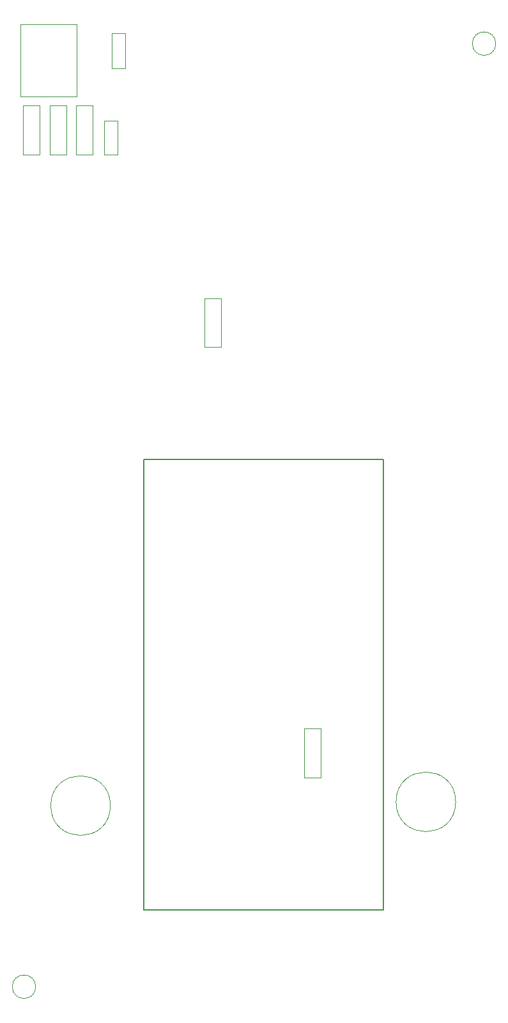
<source format=gbr>
G04 #@! TF.FileFunction,Other,User*
%FSLAX46Y46*%
G04 Gerber Fmt 4.6, Leading zero omitted, Abs format (unit mm)*
G04 Created by KiCad (PCBNEW 4.0.7) date Mon Nov 12 23:25:46 2018*
%MOMM*%
%LPD*%
G01*
G04 APERTURE LIST*
%ADD10C,0.100000*%
%ADD11C,0.050000*%
%ADD12C,0.150000*%
G04 APERTURE END LIST*
D10*
D11*
X165700000Y-128500000D02*
G75*
G03X165700000Y-128500000I-3950000J0D01*
G01*
X119950000Y-129000000D02*
G75*
G03X119950000Y-129000000I-3950000J0D01*
G01*
X119120000Y-42750000D02*
X119120000Y-38250000D01*
X119120000Y-42750000D02*
X120870000Y-42750000D01*
X120870000Y-38250000D02*
X119120000Y-38250000D01*
X120870000Y-38250000D02*
X120870000Y-42750000D01*
X121900000Y-26650000D02*
X121900000Y-31350000D01*
X121900000Y-26650000D02*
X120100000Y-26650000D01*
X120100000Y-31350000D02*
X121900000Y-31350000D01*
X120100000Y-31350000D02*
X120100000Y-26650000D01*
X117610000Y-36250000D02*
X117610000Y-42750000D01*
X117610000Y-36250000D02*
X115400000Y-36250000D01*
X115400000Y-42750000D02*
X117610000Y-42750000D01*
X115400000Y-42750000D02*
X115400000Y-36250000D01*
X114110000Y-36250000D02*
X114110000Y-42750000D01*
X114110000Y-36250000D02*
X111900000Y-36250000D01*
X111900000Y-42750000D02*
X114110000Y-42750000D01*
X111900000Y-42750000D02*
X111900000Y-36250000D01*
X108390000Y-42750000D02*
X108390000Y-36250000D01*
X108390000Y-42750000D02*
X110600000Y-42750000D01*
X110600000Y-36250000D02*
X108390000Y-36250000D01*
X110600000Y-36250000D02*
X110600000Y-42750000D01*
X115500000Y-25750000D02*
X115500000Y-25500000D01*
X115500000Y-25500000D02*
X115250000Y-25500000D01*
X108000000Y-25750000D02*
X108000000Y-25500000D01*
X108000000Y-25500000D02*
X108250000Y-25500000D01*
X108250000Y-35000000D02*
X108000000Y-35000000D01*
X108000000Y-35000000D02*
X108000000Y-34750000D01*
X115250000Y-35000000D02*
X115500000Y-35000000D01*
X115500000Y-35000000D02*
X115500000Y-34750000D01*
X108000000Y-34750000D02*
X108000000Y-25750000D01*
X115250000Y-35000000D02*
X108250000Y-35000000D01*
X115500000Y-25750000D02*
X115500000Y-34750000D01*
X108250000Y-25500000D02*
X115250000Y-25500000D01*
X134610000Y-61750000D02*
X134610000Y-68250000D01*
X134610000Y-61750000D02*
X132400000Y-61750000D01*
X132400000Y-68250000D02*
X134610000Y-68250000D01*
X132400000Y-68250000D02*
X132400000Y-61750000D01*
X110050000Y-153000000D02*
G75*
G03X110050000Y-153000000I-1550000J0D01*
G01*
X171010000Y-28032000D02*
G75*
G03X171010000Y-28032000I-1550000J0D01*
G01*
D12*
X156125000Y-93310000D02*
X156125000Y-83150000D01*
X124375000Y-93310000D02*
X124375000Y-83150000D01*
X124375000Y-132680000D02*
X124375000Y-142840000D01*
X156125000Y-132680000D02*
X156125000Y-142840000D01*
X130725000Y-83150000D02*
X156125000Y-83150000D01*
X156125000Y-93310000D02*
X156125000Y-132680000D01*
X156125000Y-142840000D02*
X124375000Y-142840000D01*
X124375000Y-132680000D02*
X124375000Y-93310000D01*
X124375000Y-83150000D02*
X130725000Y-83150000D01*
D11*
X147837000Y-118762000D02*
X147837000Y-125262000D01*
X147837000Y-118762000D02*
X145627000Y-118762000D01*
X145627000Y-125262000D02*
X147837000Y-125262000D01*
X145627000Y-125262000D02*
X145627000Y-118762000D01*
M02*

</source>
